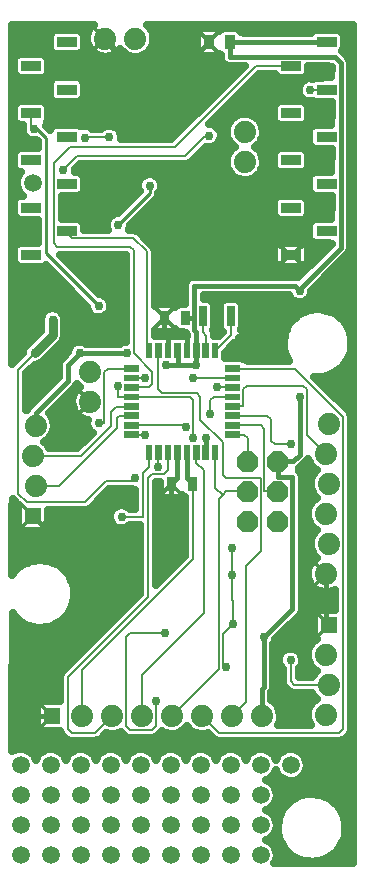
<source format=gbr>
G04 DipTrace 2.3.0.1*
%INBottomLayer.gbr*%
%MOIN*%
%ADD10C,0.01*%
%ADD11C,0.006*%
%ADD13C,0.015*%
%ADD14C,0.03*%
%ADD18C,0.025*%
%ADD19C,0.013*%
%ADD25C,0.074*%
%ADD26C,0.0591*%
%FSLAX44Y44*%
G04*
G70*
G90*
G75*
G01*
%LNBottom*%
%LPD*%
X5190Y13534D2*
D11*
Y14017D1*
X5192D1*
X5110Y5724D2*
Y4894D1*
X4990Y4774D1*
X4230D1*
X4110Y4894D1*
Y7864D1*
X4230Y7984D1*
X5410D1*
X3960Y11864D2*
X4680D1*
Y13336D1*
X4878Y13534D1*
Y14017D1*
X9600Y7084D2*
Y6380D1*
X9720Y6260D1*
X10870D1*
X4290Y14604D2*
X4750D1*
X7450Y6844D2*
X7330Y6964D1*
Y7964D1*
X7670Y8304D1*
X6110Y14844D2*
X6035Y14919D1*
X4290D1*
X7630Y9914D2*
Y10834D1*
X7670Y8304D2*
Y9054D1*
X7630Y9094D1*
Y9914D1*
X1100Y12900D2*
X1880D1*
X3800Y14820D1*
Y15160D1*
X3860Y15220D1*
X4276D1*
X4290Y15234D1*
X1000Y13900D2*
X2600D1*
X3600Y14900D1*
Y15360D1*
X3760Y15520D1*
X4261D1*
X4290Y15549D1*
X6452Y14017D2*
Y13672D1*
X6700Y13424D1*
Y8648D1*
X4646Y6594D1*
Y5234D1*
X5507Y14017D2*
Y13414D1*
X5387Y13294D1*
X4970D1*
X4850Y13174D1*
Y9183D1*
X2180Y6513D1*
Y4784D1*
X2300Y4664D1*
X3076D1*
X3646Y5234D1*
X6332Y12965D2*
D13*
X6137Y13160D1*
Y14017D1*
X6332Y12965D2*
D11*
Y10454D1*
X2646Y6768D1*
Y5234D1*
X4290Y16809D2*
X3510D1*
X3390Y16689D1*
Y15000D1*
X3200D1*
X4878Y17397D2*
X4800D1*
Y20713D1*
X4341Y21172D1*
X2325D1*
X2133Y21364D1*
Y21385D1*
X5192Y17397D2*
Y16114D1*
X5312Y15994D1*
X6470D1*
X6590Y15874D1*
Y15094D1*
X7330Y14354D1*
Y13274D1*
X7450Y13154D1*
X8600D1*
Y10714D1*
X8110Y10224D1*
Y5698D1*
X7646Y5234D1*
X7670Y16809D2*
X9738D1*
X11340Y15208D1*
Y4784D1*
X11220Y4664D1*
X7216D1*
X6646Y5234D1*
X6340Y16504D2*
X6350Y16494D1*
X7670D1*
X7150Y16184D2*
X7670D1*
Y16179D1*
X6920Y15294D2*
Y15744D1*
X7040Y15864D1*
X7670D1*
Y15549D2*
X8010D1*
Y16114D1*
X8130Y16234D1*
X10020D1*
X10140Y16114D1*
Y14590D1*
X10770Y13960D1*
X9600Y14284D2*
X9060D1*
X8940Y14404D1*
Y15114D1*
X8820Y15234D1*
X7670D1*
X9166Y12717D2*
X8720D1*
Y14799D1*
X8600Y14919D1*
X7670D1*
X8166Y13717D2*
Y14478D1*
X8040Y14604D1*
X7670D1*
X7082Y14017D2*
Y12842D1*
X7330Y12594D1*
X7453Y12717D1*
X8166D1*
X7330Y12594D2*
X7210Y12474D1*
Y6798D1*
X5646Y5234D1*
X1049Y24797D2*
X952D1*
Y25322D1*
X3200Y18900D2*
D10*
X1450Y20650D1*
Y24500D1*
X1153Y24797D1*
X1049D1*
X6869Y27682D2*
D13*
X6217Y27029D1*
X4119D1*
X3420Y27728D1*
Y27809D1*
X5623Y12965D2*
X5822Y13164D1*
Y14017D1*
X1646Y5234D2*
X540D1*
X477Y5297D1*
X5623Y12965D2*
X5620D1*
Y10260D1*
X10770Y9960D2*
Y8260D1*
X10870D1*
X6750Y19150D2*
X7142D1*
Y18557D1*
X6137Y17397D2*
Y17864D1*
X5507D1*
Y17397D1*
X1000Y11900D2*
X2620Y10280D1*
X4440D1*
X5391Y18500D2*
Y17980D1*
X5507Y17864D1*
X6670Y18557D2*
D11*
Y18020D1*
X6789Y17901D1*
Y17418D1*
X6767Y17397D1*
X7615Y18557D2*
Y17929D1*
X7082Y17397D1*
X2738Y24505D2*
Y24527D1*
X3552D1*
Y24516D1*
X6879Y24570D2*
X6758D1*
X6073Y23886D1*
X2472D1*
X2022Y23435D1*
Y23419D1*
X3830Y16234D2*
Y15864D1*
X4290D1*
X6230D1*
X6350Y15744D1*
Y14484D1*
X4290Y16179D2*
X4870D1*
X4990Y16299D1*
Y16704D1*
X4370Y17324D1*
Y20744D1*
X4250Y20864D1*
X1820D1*
X1700Y20984D1*
Y23644D1*
X2246Y24191D1*
X5734D1*
X8440Y26897D1*
X9614D1*
X10795Y26109D2*
X10786Y26100D1*
X10250D1*
X4730Y16500D2*
X4724Y16494D1*
X4290D1*
X1660Y18434D2*
D14*
Y17914D1*
X1070Y17324D1*
D11*
X520Y16774D1*
Y12640D1*
X800Y12360D1*
X2740D1*
X3440Y13060D1*
X4320D1*
X4420Y13160D1*
X3850Y21600D2*
D10*
X4900Y22650D1*
Y22900D1*
X10795Y27684D2*
D13*
X7578D1*
Y27682D1*
Y27204D1*
X11060D1*
X11270Y26994D1*
Y20836D1*
X9900Y19466D1*
Y19404D1*
Y15874D2*
Y13934D1*
X9683Y13717D1*
X9166D1*
X6450Y16934D2*
X5830D1*
X5440D1*
X4130Y17314D2*
X2570D1*
X5830Y16934D2*
Y17397D1*
X5822D1*
X6452D2*
Y16934D1*
X6450D1*
X9900Y19404D2*
X9738Y19566D1*
X6390D1*
Y18500D1*
Y18096D1*
X6452Y18034D1*
Y17397D1*
X6770Y14484D2*
Y14017D1*
X6767D1*
X8710Y7854D2*
Y6204D1*
X8646Y6140D1*
Y5234D1*
X9166Y13717D2*
Y13194D1*
X9650D1*
Y8794D1*
X8710Y7854D1*
X1100Y14900D2*
Y15320D1*
X2180Y16400D1*
Y16924D1*
X2570Y17314D1*
X6100Y18500D2*
X6390D1*
D14*
X3200Y15000D3*
Y18900D3*
X4440Y10280D3*
X10250Y26100D3*
X4730Y16500D3*
X4420Y13160D3*
X3850Y21600D3*
X4900Y22900D3*
X6100Y27800D3*
Y27250D3*
Y26700D3*
Y26100D3*
X3480Y10240D3*
X7000Y22200D3*
Y21800D3*
X9450Y26150D3*
X3300Y23550D3*
X10600Y20800D3*
X6750Y20350D3*
X7100D3*
X1650Y15400D3*
Y14350D3*
X10250Y13450D3*
X5190Y13534D3*
X5410Y7984D3*
X3960Y11864D3*
X5110Y5724D3*
X9600Y7084D3*
X4750Y14604D3*
X6110Y14844D3*
X7630Y10834D3*
X7450Y6844D3*
X7630Y9914D3*
X7670Y8304D3*
X6340Y16504D3*
X7150Y16184D3*
X6920Y15294D3*
X9600Y14284D3*
X1049Y24797D3*
X5620Y10260D3*
X6750Y19150D3*
X3552Y24516D3*
X2738Y24505D3*
X2022Y23419D3*
X6879Y24570D3*
X6350Y14484D3*
X3830Y16234D3*
X1070Y17324D3*
X1660Y18434D3*
X6770Y14484D3*
X9900Y15874D3*
X5440Y16934D3*
X9900Y19404D3*
X2570Y17314D3*
X4130D3*
X8710Y7854D3*
X6450Y16934D3*
X350Y28026D2*
D18*
X1618D1*
X2649D2*
X2829D1*
X5008D2*
X6478D1*
X7969D2*
X10279D1*
X11313D2*
X11650D1*
X350Y27778D2*
X1540D1*
X5047D2*
X6450D1*
X11391D2*
X11650D1*
X350Y27529D2*
X1540D1*
X2727D2*
X2859D1*
X4981D2*
X6450D1*
X11391D2*
X11650D1*
X350Y27280D2*
X501D1*
X1403D2*
X3103D1*
X3739D2*
X4103D1*
X4739D2*
X6521D1*
X11446D2*
X11650D1*
X1547Y27032D2*
X7294D1*
X1547Y26783D2*
X7927D1*
X10207D2*
X10935D1*
X1442Y26534D2*
X7677D1*
X8477D2*
X9122D1*
X10106D2*
X10935D1*
X350Y26285D2*
X1540D1*
X2727D2*
X7431D1*
X8227D2*
X9888D1*
X350Y26037D2*
X1540D1*
X2727D2*
X7181D1*
X7981D2*
X9845D1*
X350Y25788D2*
X1595D1*
X2672D2*
X6931D1*
X7731D2*
X10001D1*
X1543Y25539D2*
X6685D1*
X7481D2*
X9025D1*
X10204D2*
X10935D1*
X1547Y25291D2*
X6435D1*
X7235D2*
X7958D1*
X8181D2*
X9021D1*
X10207D2*
X10935D1*
X1520Y25042D2*
X6185D1*
X6985D2*
X7552D1*
X8590D2*
X9048D1*
X10180D2*
X10935D1*
X350Y24793D2*
X638D1*
X3020D2*
X3259D1*
X3844D2*
X5939D1*
X7219D2*
X7450D1*
X8692D2*
X10220D1*
X350Y24545D2*
X736D1*
X3961D2*
X5689D1*
X7289D2*
X7458D1*
X8684D2*
X10200D1*
X350Y24296D2*
X1142D1*
X7176D2*
X7587D1*
X8551D2*
X10212D1*
X6633Y24047D2*
X7556D1*
X8586D2*
X9060D1*
X10168D2*
X10935D1*
X6387Y23799D2*
X7450D1*
X8692D2*
X9021D1*
X10207D2*
X10935D1*
X2536Y23550D2*
X7458D1*
X8684D2*
X9021D1*
X10207D2*
X10935D1*
X350Y23301D2*
X540D1*
X2649D2*
X7583D1*
X8559D2*
X10279D1*
X2727Y23053D2*
X4521D1*
X5278D2*
X10200D1*
X350Y22804D2*
X482D1*
X2727D2*
X4501D1*
X5297D2*
X10200D1*
X350Y22555D2*
X501D1*
X1989D2*
X4376D1*
X5192D2*
X9161D1*
X10067D2*
X10935D1*
X1989Y22306D2*
X4130D1*
X4985D2*
X9021D1*
X10207D2*
X10935D1*
X1989Y22058D2*
X3880D1*
X4735D2*
X9021D1*
X10207D2*
X10935D1*
X1989Y21809D2*
X3501D1*
X4489D2*
X9126D1*
X10102D2*
X10935D1*
X350Y21560D2*
X1142D1*
X2727D2*
X3443D1*
X4258D2*
X10200D1*
X350Y21312D2*
X1142D1*
X4602D2*
X10200D1*
X350Y21063D2*
X1142D1*
X4848D2*
X10259D1*
X5071Y20814D2*
X9025D1*
X10204D2*
X10786D1*
X1961Y20566D2*
X4079D1*
X5090D2*
X9021D1*
X10207D2*
X10536D1*
X11461D2*
X11650D1*
X2211Y20317D2*
X4079D1*
X5090D2*
X9048D1*
X11215D2*
X11650D1*
X350Y20068D2*
X1603D1*
X2461D2*
X4079D1*
X5090D2*
X10040D1*
X10965D2*
X11650D1*
X350Y19820D2*
X1853D1*
X2707D2*
X4079D1*
X5090D2*
X6189D1*
X10715D2*
X11650D1*
X350Y19571D2*
X2103D1*
X2957D2*
X4079D1*
X5090D2*
X6056D1*
X10469D2*
X11650D1*
X350Y19322D2*
X2349D1*
X3207D2*
X4079D1*
X5090D2*
X6056D1*
X10301D2*
X11650D1*
X350Y19074D2*
X2599D1*
X3567D2*
X4079D1*
X5090D2*
X6056D1*
X6981D2*
X7302D1*
X7926D2*
X9677D1*
X10121D2*
X11650D1*
X350Y18825D2*
X2798D1*
X3602D2*
X4079D1*
X7067D2*
X7216D1*
X8012D2*
X11650D1*
X350Y18576D2*
X1279D1*
X2043D2*
X2966D1*
X3434D2*
X4079D1*
X7067D2*
X7216D1*
X8012D2*
X9821D1*
X11180D2*
X11650D1*
X350Y18327D2*
X1251D1*
X2071D2*
X4079D1*
X7067D2*
X7216D1*
X8012D2*
X9568D1*
X11434D2*
X11650D1*
X350Y18079D2*
X1251D1*
X2071D2*
X4079D1*
X7020D2*
X7267D1*
X7965D2*
X9431D1*
X350Y17830D2*
X1005D1*
X2059D2*
X4079D1*
X7887D2*
X9361D1*
X350Y17581D2*
X759D1*
X1895D2*
X2267D1*
X7668D2*
X9353D1*
X350Y17333D2*
X661D1*
X1649D2*
X2126D1*
X7454D2*
X9396D1*
X1399Y17084D2*
X1888D1*
X8114D2*
X9509D1*
X11493D2*
X11650D1*
X981Y16835D2*
X1845D1*
X11293D2*
X11650D1*
X809Y16587D2*
X1845D1*
X10868D2*
X11650D1*
X809Y16338D2*
X1654D1*
X10610D2*
X11650D1*
X809Y16089D2*
X1407D1*
X10856D2*
X11650D1*
X809Y15841D2*
X1157D1*
X2082D2*
X2310D1*
X11106D2*
X11650D1*
X1836Y15592D2*
X2306D1*
X11356D2*
X11650D1*
X1586Y15343D2*
X2411D1*
X1700Y15095D2*
X2802D1*
X1727Y14846D2*
X2821D1*
X1649Y14597D2*
X2896D1*
X1430Y14348D2*
X2650D1*
X10032Y13602D2*
X10259D1*
X9942Y13354D2*
X10384D1*
X9985Y13105D2*
X10259D1*
X9985Y12856D2*
X10247D1*
X3387Y12608D2*
X4392D1*
X9985D2*
X10353D1*
X3137Y12359D2*
X4392D1*
X5141D2*
X6040D1*
X9985D2*
X10290D1*
X350Y12110D2*
X478D1*
X2852D2*
X3638D1*
X5141D2*
X6040D1*
X9985D2*
X10156D1*
X350Y11862D2*
X478D1*
X1520D2*
X3552D1*
X5141D2*
X6040D1*
X9985D2*
X10149D1*
X350Y11613D2*
X482D1*
X1520D2*
X3642D1*
X5141D2*
X6040D1*
X9985D2*
X10251D1*
X350Y11364D2*
X4560D1*
X5141D2*
X6040D1*
X9985D2*
X10396D1*
X350Y11116D2*
X4560D1*
X5141D2*
X6040D1*
X9985D2*
X10259D1*
X350Y10867D2*
X4560D1*
X5141D2*
X6040D1*
X9985D2*
X10247D1*
X350Y10618D2*
X4560D1*
X5141D2*
X6040D1*
X9985D2*
X10345D1*
X350Y10369D2*
X892D1*
X1621D2*
X4560D1*
X5141D2*
X5849D1*
X9985D2*
X10298D1*
X2047Y10121D2*
X4560D1*
X5141D2*
X5599D1*
X9985D2*
X10164D1*
X2250Y9872D2*
X4560D1*
X5141D2*
X5349D1*
X9985D2*
X10149D1*
X2360Y9623D2*
X4560D1*
X9985D2*
X10243D1*
X2403Y9375D2*
X4560D1*
X9985D2*
X10595D1*
X2395Y9126D2*
X4392D1*
X9985D2*
X11052D1*
X2329Y8877D2*
X4146D1*
X9985D2*
X11052D1*
X2188Y8629D2*
X3896D1*
X9938D2*
X10372D1*
X350Y8380D2*
X575D1*
X1938D2*
X3646D1*
X9700D2*
X10349D1*
X350Y8131D2*
X3400D1*
X9450D2*
X10349D1*
X350Y7883D2*
X3150D1*
X9204D2*
X10380D1*
X350Y7634D2*
X2900D1*
X9051D2*
X10271D1*
X350Y7385D2*
X2654D1*
X9043D2*
X9337D1*
X9864D2*
X10154D1*
X350Y7137D2*
X2404D1*
X9043D2*
X9193D1*
X10004D2*
X10151D1*
X350Y6888D2*
X2154D1*
X9043D2*
X9243D1*
X9957D2*
X10267D1*
X350Y6639D2*
X1923D1*
X9043D2*
X9310D1*
X9891D2*
X10372D1*
X350Y6390D2*
X1892D1*
X9043D2*
X9310D1*
X350Y6142D2*
X1892D1*
X9039D2*
X9439D1*
X350Y5893D2*
X1892D1*
X8981D2*
X10364D1*
X350Y5644D2*
X1177D1*
X9114D2*
X10279D1*
X350Y5396D2*
X1122D1*
X9254D2*
X10157D1*
X350Y5147D2*
X1126D1*
X9270D2*
X10150D1*
X350Y4898D2*
X1138D1*
X350Y4650D2*
X1927D1*
X3829D2*
X3954D1*
X5266D2*
X5466D1*
X5829D2*
X6466D1*
X350Y4401D2*
X2243D1*
X3133D2*
X7157D1*
X11278D2*
X11650D1*
X350Y4152D2*
X11650D1*
X10059Y3904D2*
X11650D1*
X10153Y3655D2*
X11650D1*
X10118Y3406D2*
X11650D1*
X8918Y3158D2*
X9282D1*
X9918D2*
X11650D1*
X9055Y2909D2*
X11650D1*
X9153Y2660D2*
X11650D1*
X9121Y2411D2*
X9614D1*
X10985D2*
X11650D1*
X8926Y2163D2*
X9364D1*
X11235D2*
X11650D1*
X9051Y1914D2*
X9228D1*
X11371D2*
X11650D1*
X11438Y1665D2*
X11650D1*
X11450Y1417D2*
X11650D1*
X8934Y1168D2*
X9200D1*
X11403D2*
X11650D1*
X9047Y919D2*
X9310D1*
X11289D2*
X11650D1*
X9149Y671D2*
X9513D1*
X11086D2*
X11650D1*
X9125Y422D2*
X9950D1*
X10653D2*
X11650D1*
X5756Y12494D2*
X5416Y12499D1*
X5347Y12526D1*
X5289Y12574D1*
X5249Y12637D1*
X5232Y12710D1*
X5231Y13030D1*
X5118Y13029D1*
X5115Y11799D1*
Y9608D1*
X6068Y10565D1*
X6067Y12520D1*
X5970Y12589D1*
X5916Y12537D1*
X5849Y12504D1*
X5781Y12494D1*
X5756D1*
X6068Y18971D2*
X6079D1*
X6080Y19566D1*
X6105Y19688D1*
X6175Y19790D1*
X6293Y19860D1*
X6390Y19876D1*
X9761Y19874D1*
X9857Y19862D1*
X10960Y20964D1*
X10880Y20982D1*
X10460D1*
X10341Y21015D1*
X10255Y21103D1*
X10225Y21217D1*
Y21552D1*
X10258Y21671D1*
X10346Y21758D1*
X10460Y21787D1*
X10956D1*
X10960Y22336D1*
Y22558D1*
X10460Y22557D1*
X10341Y22590D1*
X10255Y22678D1*
X10225Y22792D1*
Y23127D1*
X10258Y23246D1*
X10346Y23332D1*
X10460Y23362D1*
X10956D1*
X10960Y24129D1*
X10460Y24132D1*
X10341Y24165D1*
X10255Y24253D1*
X10225Y24367D1*
Y24702D1*
X10258Y24821D1*
X10346Y24907D1*
X10460Y24937D1*
X10956D1*
X10960Y25336D1*
Y25707D1*
X10451Y25708D1*
X10353Y25729D1*
X10230Y25716D1*
X10108Y25742D1*
X10001Y25806D1*
X9921Y25901D1*
X9874Y26016D1*
X9867Y26140D1*
X9900Y26260D1*
X9969Y26364D1*
X10068Y26439D1*
X10186Y26480D1*
X10329Y26474D1*
X10470Y26510D1*
X10956Y26512D1*
X10960Y26863D1*
X10810Y26894D1*
X10181D1*
X10183Y26729D1*
X10151Y26610D1*
X10063Y26524D1*
X9948Y26494D1*
X9279D1*
X9160Y26527D1*
X9070Y26624D1*
X8864Y26632D1*
X8547D1*
X6873Y24955D1*
X6940Y24950D1*
X7058Y24911D1*
X7157Y24836D1*
X7228Y24734D1*
X7262Y24614D1*
X7264Y24570D1*
X7244Y24447D1*
X7186Y24337D1*
X7096Y24252D1*
X6983Y24199D1*
X6859Y24186D1*
X6764Y24206D1*
X6261Y23699D1*
X6155Y23634D1*
X6073Y23621D1*
X2585D1*
X2408Y23447D1*
X2397Y23362D1*
X2468D1*
X2587Y23329D1*
X2674Y23241D1*
X2703Y23127D1*
Y22792D1*
X2671Y22673D1*
X2582Y22587D1*
X2468Y22557D1*
X1964D1*
X1965Y21789D1*
X2468Y21787D1*
X2587Y21755D1*
X2674Y21666D1*
X2703Y21552D1*
Y21439D1*
X3501Y21437D1*
X3474Y21516D1*
X3467Y21640D1*
X3500Y21760D1*
X3569Y21864D1*
X3668Y21939D1*
X3786Y21980D1*
X3829D1*
X4563Y22716D1*
X4524Y22816D1*
X4517Y22940D1*
X4550Y23060D1*
X4619Y23164D1*
X4718Y23239D1*
X4836Y23280D1*
X4960D1*
X5079Y23241D1*
X5178Y23166D1*
X5248Y23064D1*
X5282Y22944D1*
X5285Y22900D1*
X5265Y22777D1*
X5207Y22667D1*
X5187Y22648D1*
X5174Y22573D1*
X5102Y22448D1*
X4237Y21584D1*
X4215Y21477D1*
X4200Y21437D1*
X4341D1*
X4462Y21408D1*
X4529Y21360D1*
X4987Y20901D1*
X5052Y20795D1*
X5065Y20713D1*
Y18900D1*
X5125Y18944D1*
X5196Y18968D1*
X5484Y18971D1*
X5598Y18966D1*
X5668Y18939D1*
X5726Y18891D1*
X5745Y18865D1*
X5828Y18942D1*
X5943Y18971D1*
X6068D1*
X11419Y1375D2*
X11399Y1252D1*
X11364Y1132D1*
X11317Y1016D1*
X11257Y907D1*
X11186Y804D1*
X11103Y710D1*
X11011Y626D1*
X10910Y553D1*
X10801Y491D1*
X10686Y442D1*
X10567Y406D1*
X10444Y383D1*
X10319Y374D1*
X10194Y379D1*
X10071Y397D1*
X9950Y429D1*
X9834Y475D1*
X9723Y533D1*
X9619Y603D1*
X9524Y683D1*
X9439Y774D1*
X9363Y874D1*
X9300Y982D1*
X9249Y1096D1*
X9210Y1215D1*
X9186Y1337D1*
X9174Y1462D1*
X9177Y1586D1*
X9194Y1710D1*
X9224Y1832D1*
X9267Y1949D1*
X9323Y2060D1*
X9391Y2165D1*
X9470Y2262D1*
X9560Y2349D1*
X9658Y2426D1*
X9765Y2491D1*
X9878Y2544D1*
X9996Y2585D1*
X10118Y2612D1*
X10242Y2625D1*
X10367Y2624D1*
X10491Y2610D1*
X10613Y2582D1*
X10731Y2541D1*
X10844Y2486D1*
X10950Y2420D1*
X11047Y2343D1*
X11136Y2255D1*
X11215Y2157D1*
X11282Y2052D1*
X11337Y1940D1*
X11379Y1822D1*
X11408Y1701D1*
X11426Y1500D1*
X11419Y1375D1*
X2830Y15106D2*
X2704Y15140D1*
X2593Y15197D1*
X2496Y15275D1*
X2418Y15372D1*
X2360Y15483D1*
X2327Y15603D1*
X2319Y15728D1*
X2337Y15851D1*
X2380Y15968D1*
X2446Y16074D1*
X2532Y16165D1*
X2584Y16204D1*
X2476Y16300D1*
X2391Y16174D1*
X1535Y15316D1*
X1631Y15189D1*
X1679Y15074D1*
X1705Y14900D1*
X1692Y14776D1*
X1654Y14657D1*
X1592Y14549D1*
X1510Y14455D1*
X1385Y14369D1*
X1461Y14292D1*
X1542Y14164D1*
X2488Y14165D1*
X2995Y14670D1*
X2951Y14706D1*
X2871Y14801D1*
X2824Y14916D1*
X2817Y15040D1*
X2835Y15104D1*
X11075Y9438D2*
X10967Y9388D1*
X10845Y9360D1*
X10720Y9357D1*
X10598Y9380D1*
X10482Y9428D1*
X10379Y9498D1*
X10293Y9588D1*
X10227Y9694D1*
X10184Y9811D1*
X10165Y9935D1*
X10173Y10059D1*
X10206Y10180D1*
X10263Y10291D1*
X10342Y10387D1*
X10438Y10466D1*
X10485Y10494D1*
X10393Y10588D1*
X10327Y10694D1*
X10284Y10811D1*
X10265Y10935D1*
X10273Y11059D1*
X10306Y11180D1*
X10363Y11291D1*
X10442Y11387D1*
X10482Y11428D1*
X10379Y11498D1*
X10293Y11588D1*
X10227Y11694D1*
X10184Y11811D1*
X10165Y11935D1*
X10173Y12059D1*
X10206Y12180D1*
X10263Y12291D1*
X10342Y12387D1*
X10438Y12466D1*
X10490Y12493D1*
X10393Y12588D1*
X10327Y12694D1*
X10284Y12811D1*
X10265Y12935D1*
X10273Y13059D1*
X10306Y13180D1*
X10363Y13291D1*
X10442Y13387D1*
X10482Y13428D1*
X10379Y13498D1*
X10293Y13588D1*
X10227Y13694D1*
X10185Y13808D1*
X10119Y13715D1*
X9884Y13482D1*
X9874Y13409D1*
X9944Y13291D1*
X9960Y13194D1*
Y8794D1*
X9935Y8672D1*
X9869Y8575D1*
X9093Y7799D1*
X9075Y7731D1*
X9018Y7625D1*
X9020Y6204D1*
X8997Y6088D1*
X8956Y6015D1*
Y5753D1*
X9016Y5712D1*
X9106Y5626D1*
X9177Y5523D1*
X9225Y5408D1*
X9251Y5234D1*
X9238Y5110D1*
X9200Y4991D1*
X9163Y4927D1*
X10266Y4929D1*
X10227Y4994D1*
X10184Y5111D1*
X10165Y5234D1*
X10173Y5359D1*
X10206Y5479D1*
X10263Y5590D1*
X10342Y5687D1*
X10438Y5766D1*
X10490Y5793D1*
X10393Y5888D1*
X10325Y5997D1*
X9720Y5995D1*
X9597Y6027D1*
X9533Y6073D1*
X9413Y6193D1*
X9348Y6299D1*
X9335Y6380D1*
Y6806D1*
X9271Y6885D1*
X9224Y7000D1*
X9217Y7124D1*
X9250Y7244D1*
X9319Y7348D1*
X9418Y7423D1*
X9536Y7464D1*
X9660D1*
X9779Y7425D1*
X9878Y7350D1*
X9948Y7248D1*
X9982Y7128D1*
X9985Y7084D1*
X9965Y6961D1*
X9907Y6851D1*
X9864Y6811D1*
X9865Y6525D1*
X10325D1*
X10363Y6590D1*
X10442Y6687D1*
X10482Y6728D1*
X10379Y6798D1*
X10293Y6888D1*
X10227Y6994D1*
X10184Y7111D1*
X10165Y7234D1*
X10173Y7359D1*
X10206Y7479D1*
X10263Y7590D1*
X10342Y7687D1*
X10438Y7766D1*
X10490Y7793D1*
X10428Y7847D1*
X10390Y7911D1*
X10374Y7998D1*
X10378Y8571D1*
X10405Y8640D1*
X10453Y8698D1*
X10516Y8738D1*
X10588Y8755D1*
X11076Y8757D1*
X11075Y9436D1*
X8663Y23568D2*
X8625Y23449D1*
X8563Y23341D1*
X8481Y23247D1*
X8381Y23173D1*
X8268Y23120D1*
X8146Y23092D1*
X8021Y23089D1*
X7899Y23112D1*
X7783Y23160D1*
X7680Y23230D1*
X7594Y23320D1*
X7528Y23426D1*
X7484Y23543D1*
X7466Y23667D1*
X7474Y23791D1*
X7507Y23911D1*
X7564Y24022D1*
X7642Y24119D1*
X7730Y24191D1*
X7594Y24320D1*
X7528Y24426D1*
X7484Y24543D1*
X7466Y24667D1*
X7474Y24791D1*
X7507Y24911D1*
X7564Y25022D1*
X7642Y25119D1*
X7739Y25198D1*
X7850Y25255D1*
X7970Y25289D1*
X8095Y25297D1*
X8218Y25279D1*
X8336Y25236D1*
X8442Y25170D1*
X8532Y25084D1*
X8602Y24981D1*
X8650Y24866D1*
X8676Y24692D1*
X8663Y24568D1*
X8625Y24449D1*
X8563Y24341D1*
X8481Y24247D1*
X8409Y24194D1*
X8532Y24084D1*
X8602Y23981D1*
X8650Y23866D1*
X8676Y23692D1*
X8663Y23568D1*
X10183Y25364D2*
Y25154D1*
X10151Y25035D1*
X10063Y24949D1*
X9948Y24919D1*
X9279D1*
X9160Y24952D1*
X9074Y25040D1*
X9044Y25154D1*
Y25489D1*
X9077Y25608D1*
X9165Y25695D1*
X9279Y25724D1*
X9948D1*
X10068Y25692D1*
X10154Y25603D1*
X10183Y25489D1*
Y25364D1*
Y23789D2*
Y23580D1*
X10151Y23460D1*
X10063Y23374D1*
X9948Y23345D1*
X9279D1*
X9160Y23377D1*
X9074Y23466D1*
X9044Y23580D1*
Y23914D1*
X9077Y24034D1*
X9165Y24120D1*
X9279Y24149D1*
X9948D1*
X10068Y24117D1*
X10154Y24028D1*
X10183Y23914D1*
Y23789D1*
Y22215D2*
Y22005D1*
X10151Y21886D1*
X10063Y21799D1*
X9948Y21770D1*
X9279D1*
X9160Y21802D1*
X9074Y21891D1*
X9044Y22005D1*
Y22340D1*
X9077Y22459D1*
X9165Y22545D1*
X9279Y22575D1*
X9948D1*
X10068Y22542D1*
X10154Y22454D1*
X10183Y22340D1*
Y22215D1*
Y20740D2*
X10178Y20380D1*
X10151Y20311D1*
X10103Y20253D1*
X10040Y20214D1*
X9968Y20196D1*
X9254D1*
X9182Y20216D1*
X9120Y20257D1*
X9074Y20316D1*
X9048Y20386D1*
X9044Y20505D1*
X9049Y20814D1*
X9077Y20884D1*
X9124Y20941D1*
X9188Y20981D1*
X9260Y20999D1*
X9973Y20998D1*
X10045Y20979D1*
X10108Y20938D1*
X10154Y20879D1*
X10179Y20809D1*
X10183Y20740D1*
X2703Y26152D2*
Y25942D1*
X2671Y25823D1*
X2582Y25736D1*
X2468Y25707D1*
X1799D1*
X1680Y25739D1*
X1593Y25828D1*
X1564Y25942D1*
Y26277D1*
X1596Y26396D1*
X1685Y26482D1*
X1799Y26512D1*
X2468D1*
X2587Y26479D1*
X2674Y26391D1*
X2703Y26277D1*
Y26152D1*
X1522Y26939D2*
Y26729D1*
X1490Y26610D1*
X1401Y26524D1*
X1287Y26494D1*
X618D1*
X499Y26527D1*
X412Y26615D1*
X383Y26729D1*
Y27064D1*
X415Y27183D1*
X504Y27269D1*
X618Y27299D1*
X1287D1*
X1406Y27266D1*
X1492Y27178D1*
X1522Y27064D1*
Y26939D1*
X2703Y27726D2*
Y27517D1*
X2671Y27397D1*
X2582Y27311D1*
X2468Y27282D1*
X1799D1*
X1680Y27314D1*
X1593Y27403D1*
X1564Y27517D1*
Y27851D1*
X1596Y27971D1*
X1685Y28057D1*
X1799Y28086D1*
X2468D1*
X2587Y28054D1*
X2674Y27965D1*
X2703Y27851D1*
Y27726D1*
X5207Y17882D2*
X5354Y17878D1*
X5472Y17882D1*
X5936Y17881D1*
X6142Y17882D1*
X6133Y17923D1*
X6095Y18002D1*
X6007Y18029D1*
X5943D1*
X5816Y18067D1*
X5738Y18124D1*
X5684Y18072D1*
X5617Y18039D1*
X5549Y18029D1*
X5184Y18034D1*
X5115Y18061D1*
X5069Y18097D1*
X5065Y17881D1*
X5207Y17882D1*
X7714Y17653D2*
X7429Y17369D1*
X7426Y17322D1*
Y17165D1*
X7670Y17154D1*
X7920D1*
X8047Y17116D1*
X8170Y17074D1*
X9542Y17071D1*
X9449Y17256D1*
X9410Y17375D1*
X9386Y17497D1*
X9374Y17622D1*
X9377Y17746D1*
X9394Y17870D1*
X9424Y17992D1*
X9467Y18109D1*
X9523Y18220D1*
X9591Y18325D1*
X9670Y18422D1*
X9760Y18509D1*
X9858Y18586D1*
X9965Y18651D1*
X10078Y18704D1*
X10196Y18745D1*
X10318Y18772D1*
X10442Y18785D1*
X10567Y18784D1*
X10691Y18770D1*
X10813Y18742D1*
X10931Y18701D1*
X11044Y18646D1*
X11150Y18580D1*
X11247Y18503D1*
X11336Y18415D1*
X11415Y18317D1*
X11482Y18212D1*
X11537Y18100D1*
X11579Y17982D1*
X11608Y17861D1*
X11626Y17660D1*
X11619Y17535D1*
X11599Y17412D1*
X11564Y17292D1*
X11517Y17176D1*
X11457Y17067D1*
X11386Y16964D1*
X11303Y16870D1*
X11211Y16786D1*
X11110Y16713D1*
X11001Y16651D1*
X10886Y16602D1*
X10767Y16566D1*
X10644Y16543D1*
X10519Y16534D1*
X10383Y16540D1*
X11527Y15395D1*
X11592Y15289D1*
X11605Y15208D1*
Y4784D1*
X11573Y4661D1*
X11527Y4597D1*
X11407Y4477D1*
X11301Y4412D1*
X11220Y4399D1*
X7216D1*
X7095Y4428D1*
X7028Y4477D1*
X6842Y4662D1*
X6721Y4634D1*
X6596Y4631D1*
X6473Y4654D1*
X6358Y4702D1*
X6255Y4772D1*
X6168Y4862D1*
X6146Y4898D1*
X6055Y4789D1*
X5955Y4714D1*
X5842Y4662D1*
X5721Y4634D1*
X5596Y4631D1*
X5473Y4654D1*
X5358Y4702D1*
X5316Y4730D1*
X5177Y4587D1*
X5071Y4522D1*
X4990Y4509D1*
X4230D1*
X4107Y4540D1*
X4043Y4587D1*
X3929Y4700D1*
X3842Y4662D1*
X3721Y4634D1*
X3596Y4631D1*
X3448Y4665D1*
X3263Y4477D1*
X3157Y4412D1*
X3076Y4399D1*
X2300D1*
X2177Y4430D1*
X2113Y4477D1*
X1993Y4597D1*
X1908Y4738D1*
X1335Y4742D1*
X1265Y4769D1*
X1208Y4817D1*
X1168Y4880D1*
X1150Y4953D1*
Y5520D1*
X1170Y5593D1*
X1211Y5655D1*
X1270Y5701D1*
X1340Y5727D1*
X1459Y5731D1*
X1915Y5730D1*
Y6513D1*
X1944Y6634D1*
X1993Y6701D1*
X4586Y9294D1*
X4585Y11601D1*
X4239Y11599D1*
X4176Y11546D1*
X4063Y11493D1*
X3940Y11480D1*
X3818Y11506D1*
X3711Y11570D1*
X3631Y11665D1*
X3584Y11780D1*
X3577Y11904D1*
X3610Y12024D1*
X3679Y12128D1*
X3778Y12203D1*
X3896Y12244D1*
X4020D1*
X4139Y12205D1*
X4240Y12127D1*
X4417Y12129D1*
X4415Y12774D1*
X4312Y12795D1*
X3550D1*
X2927Y12173D1*
X2821Y12108D1*
X2740Y12095D1*
X1494D1*
X1497Y11837D1*
X1492Y11590D1*
X1465Y11520D1*
X1417Y11462D1*
X1354Y11423D1*
X1282Y11405D1*
X714D1*
X642Y11424D1*
X579Y11465D1*
X533Y11524D1*
X508Y11594D1*
X503Y11713D1*
X509Y12211D1*
X524Y12261D1*
X330Y12456D1*
X325Y12150D1*
Y9927D1*
X426Y10057D1*
X516Y10145D1*
X615Y10221D1*
X721Y10287D1*
X834Y10340D1*
X952Y10380D1*
X1074Y10407D1*
X1199Y10420D1*
X1323D1*
X1448Y10406D1*
X1569Y10378D1*
X1687Y10336D1*
X1800Y10282D1*
X1906Y10216D1*
X2004Y10138D1*
X2092Y10050D1*
X2171Y9953D1*
X2238Y9848D1*
X2293Y9735D1*
X2335Y9618D1*
X2364Y9496D1*
X2382Y9296D1*
X2376Y9171D1*
X2355Y9048D1*
X2321Y8928D1*
X2273Y8812D1*
X2213Y8702D1*
X2142Y8600D1*
X2059Y8506D1*
X1967Y8422D1*
X1866Y8349D1*
X1757Y8287D1*
X1642Y8238D1*
X1523Y8201D1*
X1400Y8179D1*
X1275Y8169D1*
X1150Y8174D1*
X1027Y8193D1*
X906Y8225D1*
X790Y8270D1*
X679Y8328D1*
X576Y8398D1*
X480Y8479D1*
X395Y8570D1*
X327Y8661D1*
X325Y5275D1*
Y4052D1*
X477Y4116D1*
X601Y4130D1*
X725Y4115D1*
X842Y4072D1*
X945Y4002D1*
X1030Y3911D1*
X1098Y3775D1*
X1172Y3912D1*
X1256Y4004D1*
X1360Y4073D1*
X1477Y4116D1*
X1601Y4130D1*
X1725Y4115D1*
X1842Y4072D1*
X1945Y4002D1*
X2030Y3911D1*
X2098Y3775D1*
X2172Y3912D1*
X2256Y4004D1*
X2360Y4073D1*
X2477Y4116D1*
X2601Y4130D1*
X2725Y4115D1*
X2842Y4072D1*
X2945Y4002D1*
X3030Y3911D1*
X3098Y3775D1*
X3172Y3912D1*
X3256Y4004D1*
X3360Y4073D1*
X3477Y4116D1*
X3601Y4130D1*
X3725Y4115D1*
X3842Y4072D1*
X3945Y4002D1*
X4030Y3911D1*
X4098Y3775D1*
X4172Y3912D1*
X4256Y4004D1*
X4360Y4073D1*
X4477Y4116D1*
X4601Y4130D1*
X4725Y4115D1*
X4842Y4072D1*
X4945Y4002D1*
X5030Y3911D1*
X5098Y3775D1*
X5172Y3912D1*
X5256Y4004D1*
X5360Y4073D1*
X5477Y4116D1*
X5601Y4130D1*
X5725Y4115D1*
X5842Y4072D1*
X5945Y4002D1*
X6030Y3911D1*
X6098Y3775D1*
X6172Y3912D1*
X6256Y4004D1*
X6360Y4073D1*
X6477Y4116D1*
X6601Y4130D1*
X6725Y4115D1*
X6842Y4072D1*
X6945Y4002D1*
X7030Y3911D1*
X7098Y3775D1*
X7172Y3912D1*
X7256Y4004D1*
X7360Y4073D1*
X7477Y4116D1*
X7601Y4130D1*
X7725Y4115D1*
X7842Y4072D1*
X7945Y4002D1*
X8030Y3911D1*
X8098Y3775D1*
X8172Y3912D1*
X8256Y4004D1*
X8360Y4073D1*
X8477Y4116D1*
X8601Y4130D1*
X8725Y4115D1*
X8842Y4072D1*
X8945Y4002D1*
X9030Y3911D1*
X9098Y3775D1*
X9172Y3912D1*
X9256Y4004D1*
X9360Y4073D1*
X9477Y4116D1*
X9601Y4130D1*
X9725Y4115D1*
X9842Y4072D1*
X9945Y4002D1*
X10030Y3911D1*
X10090Y3802D1*
X10124Y3681D1*
X10130Y3600D1*
X10116Y3476D1*
X10072Y3359D1*
X10003Y3255D1*
X9912Y3171D1*
X9803Y3110D1*
X9683Y3076D1*
X9558Y3071D1*
X9436Y3096D1*
X9322Y3148D1*
X9225Y3225D1*
X9148Y3323D1*
X9100Y3426D1*
X9072Y3359D1*
X9003Y3255D1*
X8912Y3171D1*
X8803Y3110D1*
X8769Y3100D1*
X8842Y3072D1*
X8945Y3002D1*
X9030Y2911D1*
X9090Y2802D1*
X9124Y2681D1*
X9130Y2600D1*
X9116Y2476D1*
X9072Y2359D1*
X9003Y2255D1*
X8912Y2171D1*
X8803Y2110D1*
X8769Y2100D1*
X8842Y2072D1*
X8945Y2002D1*
X9030Y1911D1*
X9090Y1802D1*
X9124Y1681D1*
X9130Y1600D1*
X9116Y1476D1*
X9072Y1359D1*
X9003Y1255D1*
X8912Y1171D1*
X8803Y1110D1*
X8769Y1100D1*
X8842Y1072D1*
X8945Y1002D1*
X9030Y911D1*
X9090Y802D1*
X9124Y681D1*
X9130Y600D1*
X9116Y476D1*
X9072Y359D1*
X9049Y324D1*
X11675Y325D1*
Y28275D1*
X4804D1*
X4881Y28201D1*
X4951Y28098D1*
X4999Y27983D1*
X5025Y27809D1*
X5012Y27685D1*
X4974Y27566D1*
X4912Y27458D1*
X4830Y27364D1*
X4730Y27289D1*
X4617Y27237D1*
X4495Y27209D1*
X4370Y27206D1*
X4248Y27229D1*
X4132Y27277D1*
X4029Y27347D1*
X3943Y27437D1*
X3920Y27473D1*
X3865Y27399D1*
X3772Y27317D1*
X3663Y27255D1*
X3544Y27217D1*
X3420Y27204D1*
X3296Y27217D1*
X3177Y27255D1*
X3069Y27316D1*
X2975Y27399D1*
X2900Y27499D1*
X2848Y27612D1*
X2820Y27734D1*
X2817Y27858D1*
X2840Y27981D1*
X2887Y28096D1*
X2958Y28199D1*
X3035Y28276D1*
X325Y28275D1*
Y16951D1*
X683Y17312D1*
X687Y17364D1*
X720Y17484D1*
X798Y17596D1*
X1276Y18074D1*
X1275Y18434D1*
X1295Y18557D1*
X1353Y18667D1*
X1444Y18752D1*
X1556Y18805D1*
X1680Y18818D1*
X1802Y18792D1*
X1908Y18728D1*
X1989Y18633D1*
X2036Y18518D1*
X2045Y18309D1*
Y17914D1*
X2025Y17791D1*
X1964Y17679D1*
X1844Y17553D1*
X1342Y17052D1*
X1241Y16979D1*
X1118Y16943D1*
X1169Y16953D1*
X1061Y16941D1*
X785Y16664D1*
Y15419D1*
X815Y15442D1*
X881Y15539D1*
X1872Y16531D1*
X1870Y16924D1*
X1895Y17046D1*
X1961Y17143D1*
X2192Y17373D1*
X2220Y17474D1*
X2289Y17578D1*
X2388Y17653D1*
X2506Y17694D1*
X2630D1*
X2749Y17655D1*
X2789Y17625D1*
X3902Y17624D1*
X3948Y17653D1*
X4066Y17694D1*
X4105Y17699D1*
Y20601D1*
X1902Y20599D1*
X3218Y19285D1*
X3260Y19280D1*
X3379Y19241D1*
X3478Y19166D1*
X3548Y19064D1*
X3582Y18944D1*
X3585Y18900D1*
X3565Y18777D1*
X3507Y18667D1*
X3416Y18582D1*
X3303Y18529D1*
X3180Y18516D1*
X3058Y18542D1*
X2951Y18606D1*
X2871Y18701D1*
X2824Y18816D1*
X2821Y18874D1*
X1443Y20254D1*
X1401Y20225D1*
X1287Y20195D1*
X618D1*
X499Y20228D1*
X412Y20316D1*
X383Y20430D1*
Y20765D1*
X415Y20884D1*
X504Y20970D1*
X618Y21000D1*
X1169D1*
X1165Y21400D1*
X1162Y21770D1*
X618D1*
X499Y21802D1*
X412Y21891D1*
X383Y22005D1*
Y22340D1*
X415Y22459D1*
X504Y22545D1*
X618Y22575D1*
X689D1*
X625Y22625D1*
X548Y22723D1*
X495Y22837D1*
X471Y22959D1*
X476Y23084D1*
X510Y23204D1*
X572Y23312D1*
X601Y23344D1*
X499Y23377D1*
X412Y23466D1*
X383Y23580D1*
Y23914D1*
X415Y24034D1*
X504Y24120D1*
X618Y24149D1*
X1165Y24150D1*
X1160Y24387D1*
X1124Y24423D1*
X1029Y24413D1*
X908Y24439D1*
X801Y24503D1*
X720Y24598D1*
X674Y24713D1*
X667Y24838D1*
X688Y24917D1*
X618Y24919D1*
X499Y24952D1*
X412Y25040D1*
X383Y25154D1*
Y25489D1*
X415Y25608D1*
X504Y25695D1*
X618Y25724D1*
X1287D1*
X1406Y25692D1*
X1492Y25603D1*
X1522Y25489D1*
Y25154D1*
X1484Y25028D1*
X1443Y24910D1*
X1578Y24775D1*
X1596Y24821D1*
X1685Y24907D1*
X1799Y24937D1*
X2468D1*
X2595Y24898D1*
X2674Y24885D1*
X2798D1*
X2917Y24846D1*
X2988Y24793D1*
X3281Y24792D1*
X3370Y24855D1*
X3488Y24895D1*
X3612Y24896D1*
X3730Y24857D1*
X3830Y24782D1*
X3900Y24679D1*
X3934Y24560D1*
X3927Y24458D1*
X5371Y24456D1*
X5625D1*
X8060Y26894D1*
X7578D1*
X7456Y26919D1*
X7354Y26989D1*
X7284Y27107D1*
X7268Y27204D1*
Y27270D1*
X7216Y27306D1*
X7162Y27253D1*
X7095Y27221D1*
X7027Y27211D1*
X6662Y27216D1*
X6593Y27243D1*
X6535Y27291D1*
X6496Y27354D1*
X6478Y27426D1*
Y27943D1*
X6498Y28015D1*
X6539Y28077D1*
X6598Y28123D1*
X6668Y28149D1*
X6787Y28153D1*
X7077Y28148D1*
X7146Y28121D1*
X7204Y28073D1*
X7224Y28046D1*
X7307Y28123D1*
X7421Y28153D1*
X7736D1*
X7855Y28121D1*
X7945Y28024D1*
X8078Y27994D1*
X10277D1*
X10346Y28057D1*
X10460Y28086D1*
X11130D1*
X11249Y28054D1*
X11335Y27965D1*
X11365Y27851D1*
Y27517D1*
X11326Y27390D1*
X11367Y27335D1*
X11489Y27213D1*
X11558Y27110D1*
X11580Y26994D1*
Y20836D1*
X11555Y20714D1*
X11489Y20617D1*
X10285Y19404D1*
X10265Y19281D1*
X10207Y19171D1*
X10116Y19086D1*
X10003Y19033D1*
X9880Y19020D1*
X9758Y19046D1*
X9651Y19110D1*
X9571Y19205D1*
X9549Y19259D1*
X8613Y19256D1*
X6703D1*
X6700Y19124D1*
X6808Y19127D1*
X6927Y19094D1*
X7013Y19006D1*
X7043Y18892D1*
Y18222D1*
X7004Y18095D1*
X7041Y17982D1*
X7054Y17881D1*
X7196D1*
X7340Y18029D1*
X7272Y18108D1*
X7242Y18222D1*
Y18892D1*
X7274Y19011D1*
X7363Y19097D1*
X7477Y19127D1*
X7753D1*
X7872Y19094D1*
X7958Y19006D1*
X7988Y18892D1*
Y18222D1*
X7949Y18095D1*
X7986Y18252D1*
X7987Y18216D1*
X7952Y18098D1*
X5623Y12965D2*
D19*
X5964Y12582D1*
X5623Y12965D2*
X5283Y12582D1*
X6529Y28065D2*
X7210Y27299D1*
Y28065D2*
X6529Y27299D1*
X5051Y18883D2*
X5732Y18117D1*
Y18883D2*
X5051Y18117D1*
X2496Y16131D2*
X2924Y15703D1*
X2496Y15276D1*
X10342Y10388D2*
X10770Y9960D1*
X10342Y9533D1*
X573Y12328D2*
X1428Y11473D1*
X1000Y11900D2*
X573Y11473D1*
X1218Y5662D2*
X1646Y5234D1*
X1218Y4806D1*
X10442Y8687D2*
X10870Y8260D1*
X10442Y7832D1*
X2992Y28236D2*
X3847Y27382D1*
X3420Y27809D2*
X2992Y27382D1*
X9152Y20963D2*
X10075Y20232D1*
Y20963D2*
X9152Y20232D1*
G36*
X5943Y18736D2*
X6257D1*
Y18264D1*
X5943D1*
Y18736D1*
G37*
G36*
X5234D2*
X5549D1*
Y18264D1*
X5234D1*
Y18736D1*
G37*
G36*
X6175Y13201D2*
X6490D1*
Y12729D1*
X6175D1*
Y13201D1*
G37*
G36*
X5466D2*
X5781D1*
Y12729D1*
X5466D1*
Y13201D1*
G37*
G36*
X7421Y27918D2*
X7736D1*
Y27446D1*
X7421D1*
Y27918D1*
G37*
G36*
X6712D2*
X7027D1*
Y27446D1*
X6712D1*
Y27918D1*
G37*
D25*
X2924Y15703D3*
Y16703D3*
X10770Y9960D3*
X10870Y10960D3*
X10770Y11960D3*
X10870Y12960D3*
X10770Y13960D3*
X10870Y14960D3*
G36*
X738Y12162D2*
X1261D1*
X1262Y11639D1*
X738Y11638D1*
Y12162D1*
G37*
D25*
X1100Y12900D3*
X1000Y13900D3*
X1100Y14900D3*
G36*
X8024Y13375D2*
X7824Y13575D1*
Y13858D1*
X8024Y14059D1*
X8307D1*
X8508Y13858D1*
Y13575D1*
X8307Y13375D1*
X8024D1*
G37*
G36*
X9024D2*
X8824Y13575D1*
Y13858D1*
X9024Y14059D1*
X9307D1*
X9508Y13858D1*
Y13575D1*
X9307Y13375D1*
X9024D1*
G37*
G36*
X8024Y12375D2*
X7824Y12575D1*
Y12858D1*
X8024Y13059D1*
X8307D1*
X8508Y12858D1*
Y12575D1*
X8307Y12375D1*
X8024D1*
G37*
G36*
X9024D2*
X8824Y12575D1*
Y12858D1*
X9024Y13059D1*
X9307D1*
X9508Y12858D1*
Y12575D1*
X9307Y12375D1*
X9024D1*
G37*
G36*
X8024Y11375D2*
X7824Y11575D1*
Y11858D1*
X8024Y12059D1*
X8307D1*
X8508Y11858D1*
Y11575D1*
X8307Y11375D1*
X8024D1*
G37*
G36*
X9024D2*
X8824Y11575D1*
Y11858D1*
X9024Y12059D1*
X9307D1*
X9508Y11858D1*
Y11575D1*
X9307Y11375D1*
X9024D1*
G37*
G36*
X1907Y5496D2*
X1908Y4973D1*
X1384Y4972D1*
Y5496D1*
X1907D1*
G37*
D25*
X2646Y5234D3*
X3646D3*
X4646D3*
X5646D3*
X6646D3*
X7646D3*
X8646D3*
G36*
X11132Y7998D2*
X10609D1*
X10608Y8521D1*
X11132Y8522D1*
Y7998D1*
G37*
D25*
X10770Y7260D3*
X10870Y6260D3*
X10770Y5260D3*
X3420Y27809D3*
X4420D3*
X8071Y23692D3*
Y24692D3*
D26*
X600Y3600D3*
X1600D3*
X2600D3*
X3600Y2600D3*
Y3600D3*
X2600Y2600D3*
X600D3*
X4600Y3600D3*
Y2600D3*
X1600D3*
X5600Y3600D3*
X6600D3*
X7600D3*
X8600Y2600D3*
Y3600D3*
X7600Y2600D3*
X5600D3*
X9600Y3600D3*
X1000Y23000D3*
X6600Y2600D3*
X600Y1600D3*
X1600D3*
X2600D3*
X3600Y600D3*
Y1600D3*
X2600Y600D3*
X600D3*
X4600Y1600D3*
Y600D3*
X1600D3*
X5600Y1600D3*
X6600D3*
X7600D3*
X8600Y600D3*
Y1600D3*
X7600Y600D3*
X5600D3*
X6600D3*
G36*
X11130Y27851D2*
Y27517D1*
X10460D1*
Y27851D1*
X11130D1*
G37*
G36*
X9948Y27064D2*
Y26729D1*
X9279D1*
Y27064D1*
X9948D1*
G37*
G36*
X11130Y26277D2*
Y25942D1*
X10460D1*
Y26277D1*
X11130D1*
G37*
G36*
X9948Y25489D2*
Y25154D1*
X9279D1*
Y25489D1*
X9948D1*
G37*
G36*
X11130Y24702D2*
Y24367D1*
X10460D1*
Y24702D1*
X11130D1*
G37*
G36*
X9948Y23914D2*
Y23580D1*
X9279D1*
Y23914D1*
X9948D1*
G37*
G36*
X11130Y23127D2*
Y22792D1*
X10460D1*
Y23127D1*
X11130D1*
G37*
G36*
X9948Y22340D2*
Y22005D1*
X9279D1*
Y22340D1*
X9948D1*
G37*
G36*
X11130Y21552D2*
Y21217D1*
X10460D1*
Y21552D1*
X11130D1*
G37*
G36*
X9948Y20765D2*
Y20430D1*
X9279D1*
Y20765D1*
X9948D1*
G37*
G36*
X1287D2*
Y20430D1*
X618D1*
Y20765D1*
X1287D1*
G37*
G36*
X2468Y21552D2*
Y21217D1*
X1799D1*
Y21552D1*
X2468D1*
G37*
G36*
X1287Y22340D2*
Y22005D1*
X618D1*
Y22340D1*
X1287D1*
G37*
G36*
X2468Y23127D2*
Y22792D1*
X1799D1*
Y23127D1*
X2468D1*
G37*
G36*
X1287Y23914D2*
Y23580D1*
X618D1*
Y23914D1*
X1287D1*
G37*
G36*
X2468Y24702D2*
Y24367D1*
X1799D1*
Y24702D1*
X2468D1*
G37*
G36*
X1287Y25489D2*
Y25154D1*
X618D1*
Y25489D1*
X1287D1*
G37*
G36*
X2468Y26277D2*
Y25942D1*
X1799D1*
Y26277D1*
X2468D1*
G37*
G36*
X1287Y27064D2*
Y26729D1*
X618D1*
Y27064D1*
X1287D1*
G37*
G36*
X2468Y27851D2*
Y27517D1*
X1799D1*
Y27851D1*
X2468D1*
G37*
G36*
X4768Y17147D2*
Y17647D1*
X4988D1*
Y17147D1*
X4768D1*
G37*
G36*
X5082D2*
Y17647D1*
X5302D1*
Y17147D1*
X5082D1*
G37*
G36*
X5397D2*
Y17647D1*
X5617D1*
Y17147D1*
X5397D1*
G37*
G36*
X5712D2*
Y17647D1*
X5932D1*
Y17147D1*
X5712D1*
G37*
G36*
X6027D2*
Y17647D1*
X6247D1*
Y17147D1*
X6027D1*
G37*
G36*
X6342D2*
Y17647D1*
X6562D1*
Y17147D1*
X6342D1*
G37*
G36*
X6657D2*
Y17647D1*
X6877D1*
Y17147D1*
X6657D1*
G37*
G36*
X6972D2*
Y17647D1*
X7192D1*
Y17147D1*
X6972D1*
G37*
G36*
X7420Y16699D2*
Y16919D1*
X7920D1*
Y16699D1*
X7420D1*
G37*
G36*
Y16384D2*
Y16604D1*
X7920D1*
Y16384D1*
X7420D1*
G37*
G36*
Y16069D2*
Y16289D1*
X7920D1*
Y16069D1*
X7420D1*
G37*
G36*
Y15754D2*
Y15974D1*
X7920D1*
Y15754D1*
X7420D1*
G37*
G36*
Y15439D2*
Y15659D1*
X7920D1*
Y15439D1*
X7420D1*
G37*
G36*
Y15124D2*
Y15344D1*
X7920D1*
Y15124D1*
X7420D1*
G37*
G36*
Y14809D2*
Y15029D1*
X7920D1*
Y14809D1*
X7420D1*
G37*
G36*
Y14494D2*
Y14714D1*
X7920D1*
Y14494D1*
X7420D1*
G37*
G36*
X6972Y13767D2*
Y14267D1*
X7192D1*
Y13767D1*
X6972D1*
G37*
G36*
X6657D2*
Y14267D1*
X6877D1*
Y13767D1*
X6657D1*
G37*
G36*
X6342D2*
Y14267D1*
X6562D1*
Y13767D1*
X6342D1*
G37*
G36*
X6027D2*
Y14267D1*
X6247D1*
Y13767D1*
X6027D1*
G37*
G36*
X5712D2*
Y14267D1*
X5932D1*
Y13767D1*
X5712D1*
G37*
G36*
X5397D2*
Y14267D1*
X5617D1*
Y13767D1*
X5397D1*
G37*
G36*
X5082D2*
Y14267D1*
X5302D1*
Y13767D1*
X5082D1*
G37*
G36*
X4768D2*
Y14267D1*
X4988D1*
Y13767D1*
X4768D1*
G37*
G36*
X4040Y14494D2*
Y14714D1*
X4540D1*
Y14494D1*
X4040D1*
G37*
G36*
Y14809D2*
Y15029D1*
X4540D1*
Y14809D1*
X4040D1*
G37*
G36*
Y15124D2*
Y15344D1*
X4540D1*
Y15124D1*
X4040D1*
G37*
G36*
Y15439D2*
Y15659D1*
X4540D1*
Y15439D1*
X4040D1*
G37*
G36*
Y15754D2*
Y15974D1*
X4540D1*
Y15754D1*
X4040D1*
G37*
G36*
Y16069D2*
Y16289D1*
X4540D1*
Y16069D1*
X4040D1*
G37*
G36*
Y16384D2*
Y16604D1*
X4540D1*
Y16384D1*
X4040D1*
G37*
G36*
Y16699D2*
Y16919D1*
X4540D1*
Y16699D1*
X4040D1*
G37*
G36*
X6808Y18222D2*
X6532D1*
Y18892D1*
X6808D1*
Y18222D1*
G37*
G36*
X7280D2*
X7005D1*
Y18892D1*
X7280D1*
Y18222D1*
G37*
G36*
X7753D2*
X7477D1*
Y18892D1*
X7753D1*
Y18222D1*
G37*
M02*

</source>
